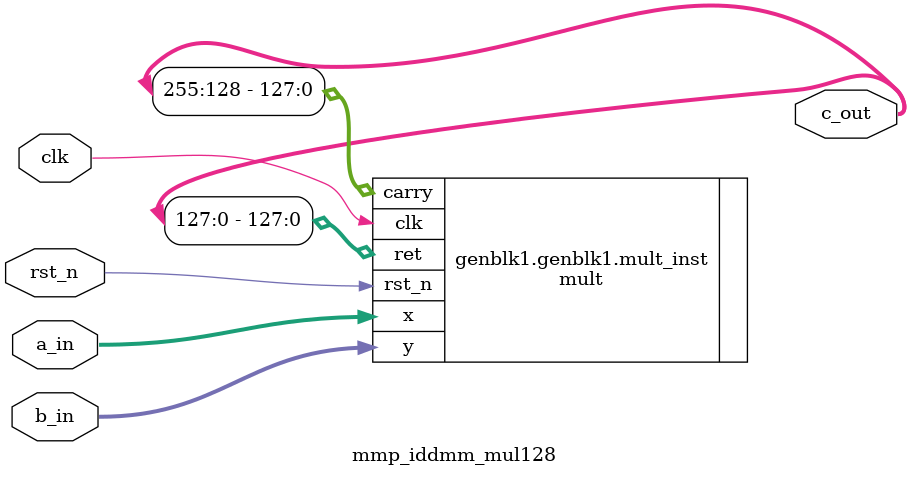
<source format=v>
/*
*   Name        :IDDMM algorithm,unsigned 256 = 128 * 128
*   Description :
*   Orirgin     :20200717
*   Author      :helrori
*   Timing      :
*/
// (* use_dsp = "no" *)
module mmp_iddmm_mul128#(
    parameter LATENCY = 4 ,
    parameter METHOD  = "TRADITION" // 一种乘法器实现方法对应一种LATENCY大小，默认COMMON时，LATENCY大小任意
)(
    input   wire             clk           ,
    input   wire             rst_n         ,

    input   wire  [127:0]    a_in          ,
    input   wire  [127:0]    b_in          ,
    output  wire  [255:0]    c_out         
);
//-------------------------------------------------------------------------------

//-------------------------------------------------------------------------------

// only for sim or common fpga:
generate
    if (METHOD  == "COMMON") begin
        if (LATENCY==0) begin
            assign c_out=a_in*b_in;
        end 
        else if(LATENCY==1)begin
            reg [255:0]lc;
            always@(posedge clk or negedge rst_n)begin
                if (!rst_n) begin
                    lc <= 'd0;
                end 
                else begin
                    lc <= a_in*b_in;
                end
            end
            assign c_out=lc;
        end 
        else begin
            reg [255:0]lc[0:LATENCY-1];
            integer j;
            always@(posedge clk or negedge rst_n)begin
                if (!rst_n) begin
                    for ( j = 0;j< LATENCY;j=j+1 ) begin
                        lc[j] <= 'd0;
                    end
                end 
                else begin
                    for ( j = 0;j< LATENCY-1;j=j+1 ) begin
                        lc[0]   <= a_in*b_in;
                        lc[j+1] <= lc[j];
                    end
                end
            end
            assign c_out=lc[LATENCY-1];
        end
    end 
    else if(METHOD=="TRADITION")begin// 传统分组乘法，单组乘法器使用 * 实现
        mult mult_inst(                  // LATENCY
            .clk    (clk            ),
            .rst_n  (rst_n          ),
            .x      (a_in           ),
            .y      (b_in           ),
            .ret    (c_out[127:0]   ),
            .carry  (c_out[255:128] )
        );
    end 
    else if (METHOD=="VEDIC8") begin
        simple_vedic_128bit  simple_vedic_128bit_0 (
            .clk    (clk            ),
            .a      (a_in           ),
            .b      (b_in           ),
            .s      (c_out          )
        );
    end
endgenerate
// only for sim or common fpga end




endmodule
</source>
